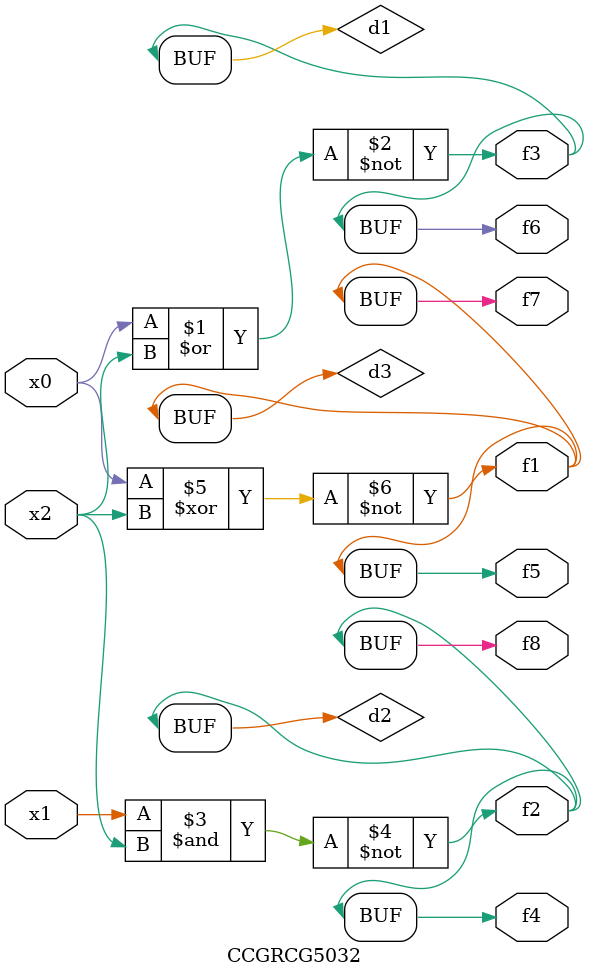
<source format=v>
module CCGRCG5032(
	input x0, x1, x2,
	output f1, f2, f3, f4, f5, f6, f7, f8
);

	wire d1, d2, d3;

	nor (d1, x0, x2);
	nand (d2, x1, x2);
	xnor (d3, x0, x2);
	assign f1 = d3;
	assign f2 = d2;
	assign f3 = d1;
	assign f4 = d2;
	assign f5 = d3;
	assign f6 = d1;
	assign f7 = d3;
	assign f8 = d2;
endmodule

</source>
